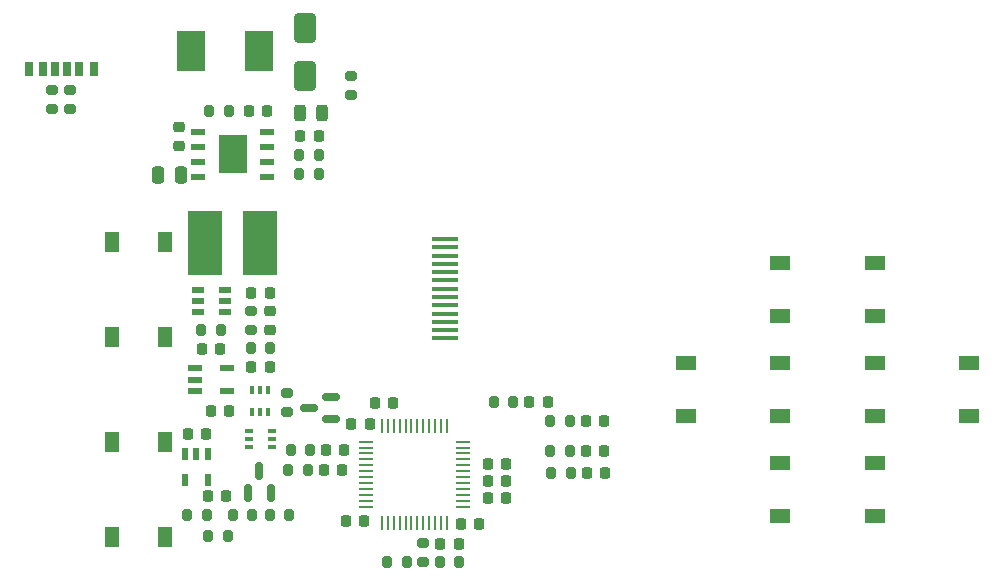
<source format=gtp>
%TF.GenerationSoftware,KiCad,Pcbnew,9.0.2*%
%TF.CreationDate,2025-07-13T16:14:14-05:00*%
%TF.ProjectId,stm32card,73746d33-3263-4617-9264-2e6b69636164,rev?*%
%TF.SameCoordinates,Original*%
%TF.FileFunction,Paste,Top*%
%TF.FilePolarity,Positive*%
%FSLAX46Y46*%
G04 Gerber Fmt 4.6, Leading zero omitted, Abs format (unit mm)*
G04 Created by KiCad (PCBNEW 9.0.2) date 2025-07-13 16:14:14*
%MOMM*%
%LPD*%
G01*
G04 APERTURE LIST*
G04 Aperture macros list*
%AMRoundRect*
0 Rectangle with rounded corners*
0 $1 Rounding radius*
0 $2 $3 $4 $5 $6 $7 $8 $9 X,Y pos of 4 corners*
0 Add a 4 corners polygon primitive as box body*
4,1,4,$2,$3,$4,$5,$6,$7,$8,$9,$2,$3,0*
0 Add four circle primitives for the rounded corners*
1,1,$1+$1,$2,$3*
1,1,$1+$1,$4,$5*
1,1,$1+$1,$6,$7*
1,1,$1+$1,$8,$9*
0 Add four rect primitives between the rounded corners*
20,1,$1+$1,$2,$3,$4,$5,0*
20,1,$1+$1,$4,$5,$6,$7,0*
20,1,$1+$1,$6,$7,$8,$9,0*
20,1,$1+$1,$8,$9,$2,$3,0*%
G04 Aperture macros list end*
%ADD10RoundRect,0.225000X-0.225000X-0.250000X0.225000X-0.250000X0.225000X0.250000X-0.225000X0.250000X0*%
%ADD11RoundRect,0.150000X0.150000X-0.587500X0.150000X0.587500X-0.150000X0.587500X-0.150000X-0.587500X0*%
%ADD12RoundRect,0.225000X0.225000X0.250000X-0.225000X0.250000X-0.225000X-0.250000X0.225000X-0.250000X0*%
%ADD13R,1.800000X1.200000*%
%ADD14RoundRect,0.200000X0.200000X0.275000X-0.200000X0.275000X-0.200000X-0.275000X0.200000X-0.275000X0*%
%ADD15RoundRect,0.225000X-0.250000X0.225000X-0.250000X-0.225000X0.250000X-0.225000X0.250000X0.225000X0*%
%ADD16R,3.000000X5.500000*%
%ADD17RoundRect,0.200000X0.275000X-0.200000X0.275000X0.200000X-0.275000X0.200000X-0.275000X-0.200000X0*%
%ADD18RoundRect,0.225000X0.250000X-0.225000X0.250000X0.225000X-0.250000X0.225000X-0.250000X-0.225000X0*%
%ADD19R,2.350000X3.500000*%
%ADD20RoundRect,0.150000X0.587500X0.150000X-0.587500X0.150000X-0.587500X-0.150000X0.587500X-0.150000X0*%
%ADD21RoundRect,0.250000X0.250000X0.475000X-0.250000X0.475000X-0.250000X-0.475000X0.250000X-0.475000X0*%
%ADD22RoundRect,0.200000X-0.200000X-0.275000X0.200000X-0.275000X0.200000X0.275000X-0.200000X0.275000X0*%
%ADD23R,2.200000X0.400000*%
%ADD24RoundRect,0.100000X-0.225000X-0.100000X0.225000X-0.100000X0.225000X0.100000X-0.225000X0.100000X0*%
%ADD25RoundRect,0.200000X-0.275000X0.200000X-0.275000X-0.200000X0.275000X-0.200000X0.275000X0.200000X0*%
%ADD26R,0.700000X1.200000*%
%ADD27R,0.760000X1.200000*%
%ADD28R,0.800000X1.200000*%
%ADD29RoundRect,0.243750X0.243750X0.456250X-0.243750X0.456250X-0.243750X-0.456250X0.243750X-0.456250X0*%
%ADD30R,1.070000X0.530000*%
%ADD31R,1.200000X0.270000*%
%ADD32R,0.270000X1.200000*%
%ADD33R,1.200000X1.800000*%
%ADD34RoundRect,0.218750X0.218750X0.256250X-0.218750X0.256250X-0.218750X-0.256250X0.218750X-0.256250X0*%
%ADD35R,0.600000X1.000000*%
%ADD36R,1.200000X0.600000*%
%ADD37R,2.400000X3.300000*%
%ADD38RoundRect,0.100000X-0.100000X0.225000X-0.100000X-0.225000X0.100000X-0.225000X0.100000X0.225000X0*%
%ADD39RoundRect,0.250000X0.650000X-1.000000X0.650000X1.000000X-0.650000X1.000000X-0.650000X-1.000000X0*%
%ADD40R,1.200000X0.500000*%
G04 APERTURE END LIST*
D10*
%TO.C,C14*%
X186594442Y-122410210D03*
X188144442Y-122410210D03*
%TD*%
D11*
%TO.C,Q2*%
X157919747Y-124145560D03*
X159819747Y-124145560D03*
X158869747Y-122270560D03*
%TD*%
D12*
%TO.C,C4*%
X168208349Y-118253643D03*
X166658349Y-118253643D03*
%TD*%
D10*
%TO.C,C25*%
X158188180Y-107195974D03*
X159738180Y-107195974D03*
%TD*%
D13*
%TO.C,b_up1*%
X202951133Y-104665534D03*
X210951133Y-104665534D03*
X202951133Y-109165534D03*
X210951133Y-109165534D03*
%TD*%
D10*
%TO.C,C16*%
X186498159Y-120535261D03*
X188048159Y-120535261D03*
%TD*%
D14*
%TO.C,R22*%
X158253611Y-125980447D03*
X156603611Y-125980447D03*
%TD*%
D15*
%TO.C,C22*%
X159771321Y-108741969D03*
X159771321Y-110291969D03*
%TD*%
D16*
%TO.C,L2*%
X158924572Y-102960590D03*
X154264572Y-102960590D03*
%TD*%
D14*
%TO.C,R14*%
X163868852Y-97111187D03*
X162218852Y-97111187D03*
%TD*%
D17*
%TO.C,R24*%
X161212267Y-117283573D03*
X161212267Y-115633573D03*
%TD*%
D18*
%TO.C,C9*%
X152049345Y-94727156D03*
X152049345Y-93177156D03*
%TD*%
D19*
%TO.C,L1*%
X153109399Y-86734328D03*
X158809399Y-86734328D03*
%TD*%
D20*
%TO.C,Q1*%
X164907099Y-117901836D03*
X164907099Y-116001836D03*
X163032099Y-116951836D03*
%TD*%
D21*
%TO.C,C7*%
X152194313Y-97232762D03*
X150294313Y-97232762D03*
%TD*%
D22*
%TO.C,R10*%
X174123734Y-129933381D03*
X175773734Y-129933381D03*
%TD*%
%TO.C,R17*%
X158138180Y-111847959D03*
X159788180Y-111847959D03*
%TD*%
D10*
%TO.C,C12*%
X175911855Y-126779815D03*
X177461855Y-126779815D03*
%TD*%
D23*
%TO.C,U5*%
X174559466Y-111035534D03*
X174559466Y-110335534D03*
X174559466Y-109635534D03*
X174559466Y-108935534D03*
X174559466Y-108235534D03*
X174559466Y-107535534D03*
X174559466Y-106835534D03*
X174559466Y-106135534D03*
X174559466Y-105435534D03*
X174559466Y-104735534D03*
X174559466Y-104035534D03*
X174559466Y-103335534D03*
X174559466Y-102635534D03*
%TD*%
D10*
%TO.C,C11*%
X178216650Y-124571621D03*
X179766650Y-124571621D03*
%TD*%
D14*
%TO.C,R11*%
X171355995Y-129935313D03*
X169705995Y-129935313D03*
%TD*%
D24*
%TO.C,U3*%
X158013180Y-118919663D03*
X158013180Y-119569663D03*
X158013180Y-120219663D03*
X159913180Y-120219663D03*
X159913180Y-119569663D03*
X159913180Y-118919663D03*
%TD*%
D25*
%TO.C,R2*%
X142831133Y-89980534D03*
X142831133Y-91630534D03*
%TD*%
D14*
%TO.C,R15*%
X163868852Y-95545650D03*
X162218852Y-95545650D03*
%TD*%
D10*
%TO.C,C13*%
X181710179Y-116398550D03*
X183260179Y-116398550D03*
%TD*%
%TO.C,C10*%
X158188180Y-113473015D03*
X159738180Y-113473015D03*
%TD*%
D14*
%TO.C,R18*%
X154421265Y-126000289D03*
X152771265Y-126000289D03*
%TD*%
D25*
%TO.C,R16*%
X158155040Y-108691969D03*
X158155040Y-110341969D03*
%TD*%
D12*
%TO.C,C8*%
X179766650Y-121651621D03*
X178216650Y-121651621D03*
%TD*%
D22*
%TO.C,R9*%
X183488159Y-120535261D03*
X185138159Y-120535261D03*
%TD*%
%TO.C,R13*%
X161308400Y-122213186D03*
X162958400Y-122213186D03*
%TD*%
D10*
%TO.C,C15*%
X186482004Y-118016635D03*
X188032004Y-118016635D03*
%TD*%
D13*
%TO.C,b_left1*%
X210951133Y-113132201D03*
X218951133Y-113132201D03*
X210951133Y-117632201D03*
X218951133Y-117632201D03*
%TD*%
D10*
%TO.C,C5*%
X178216650Y-123111621D03*
X179766650Y-123111621D03*
%TD*%
D13*
%TO.C,b_right1*%
X194951133Y-113132201D03*
X202951133Y-113132201D03*
X194951133Y-117632201D03*
X202951133Y-117632201D03*
%TD*%
D22*
%TO.C,R12*%
X161501172Y-120481830D03*
X163151172Y-120481830D03*
%TD*%
D10*
%TO.C,C17*%
X164511172Y-120481830D03*
X166061172Y-120481830D03*
%TD*%
D22*
%TO.C,R6*%
X183584442Y-122410210D03*
X185234442Y-122410210D03*
%TD*%
D10*
%TO.C,C19*%
X154004818Y-111915048D03*
X155554818Y-111915048D03*
%TD*%
D26*
%TO.C,J1*%
X142574466Y-88210000D03*
D27*
X140554466Y-88210000D03*
D28*
X139324466Y-88210000D03*
D26*
X141574466Y-88210000D03*
D27*
X143594466Y-88210000D03*
D28*
X144824466Y-88210000D03*
%TD*%
D29*
%TO.C,D2*%
X164192771Y-91972776D03*
X162317771Y-91972776D03*
%TD*%
D22*
%TO.C,R7*%
X183472004Y-118016635D03*
X185122004Y-118016635D03*
%TD*%
D30*
%TO.C,U6*%
X153629818Y-106919279D03*
X153629818Y-107869279D03*
X153629818Y-108819279D03*
X155929818Y-108819279D03*
X155929818Y-107869279D03*
X155929818Y-106919279D03*
%TD*%
D14*
%TO.C,R4*%
X156264853Y-91818710D03*
X154614853Y-91818710D03*
%TD*%
D10*
%TO.C,C2*%
X168613611Y-116553306D03*
X170163611Y-116553306D03*
%TD*%
%TO.C,C18*%
X164318400Y-122213186D03*
X165868400Y-122213186D03*
%TD*%
D31*
%TO.C,U4*%
X176090878Y-125284125D03*
X176090878Y-124784125D03*
X176090878Y-124284125D03*
X176090878Y-123784125D03*
X176090878Y-123284125D03*
X176090878Y-122784125D03*
X176090878Y-122284125D03*
X176090878Y-121784125D03*
X176090878Y-121284125D03*
X176090878Y-120784125D03*
X176090878Y-120284125D03*
X176090878Y-119784125D03*
D32*
X174740878Y-118434125D03*
X174240878Y-118434125D03*
X173740878Y-118434125D03*
X173240878Y-118434125D03*
X172740878Y-118434125D03*
X172240878Y-118434125D03*
X171740878Y-118434125D03*
X171240878Y-118434125D03*
X170740878Y-118434125D03*
X170240878Y-118434125D03*
X169740878Y-118434125D03*
X169240878Y-118434125D03*
D31*
X167890878Y-119784125D03*
X167890878Y-120284125D03*
X167890878Y-120784125D03*
X167890878Y-121284125D03*
X167890878Y-121784125D03*
X167890878Y-122284125D03*
X167890878Y-122784125D03*
X167890878Y-123284125D03*
X167890878Y-123784125D03*
X167890878Y-124284125D03*
X167890878Y-124784125D03*
X167890878Y-125284125D03*
D32*
X169240878Y-126634125D03*
X169740878Y-126634125D03*
X170240878Y-126634125D03*
X170740878Y-126634125D03*
X171240878Y-126634125D03*
X171740878Y-126634125D03*
X172240878Y-126634125D03*
X172740878Y-126634125D03*
X173240878Y-126634125D03*
X173740878Y-126634125D03*
X174240878Y-126634125D03*
X174740878Y-126634125D03*
%TD*%
D12*
%TO.C,C20*%
X156306367Y-117183014D03*
X154756367Y-117183014D03*
%TD*%
D22*
%TO.C,R23*%
X159750308Y-125969797D03*
X161400308Y-125969797D03*
%TD*%
D33*
%TO.C,b_b1*%
X146357799Y-127848868D03*
X146357799Y-119848868D03*
X150857799Y-127848868D03*
X150857799Y-119848868D03*
%TD*%
D13*
%TO.C,b_down1*%
X210951133Y-126098868D03*
X202951133Y-126098868D03*
X210951133Y-121598868D03*
X202951133Y-121598868D03*
%TD*%
D34*
%TO.C,D3*%
X163876963Y-93905116D03*
X162301963Y-93905116D03*
%TD*%
D22*
%TO.C,R20*%
X153954818Y-110310463D03*
X155604818Y-110310463D03*
%TD*%
D35*
%TO.C,U9*%
X154476567Y-120794558D03*
X153526567Y-120794558D03*
X152576567Y-120794558D03*
X152576567Y-122994558D03*
X154476567Y-122994558D03*
%TD*%
D36*
%TO.C,U1*%
X159525975Y-97379672D03*
X159525975Y-96109672D03*
X159525975Y-94829672D03*
X159525975Y-93559672D03*
X153705975Y-93559672D03*
X153705975Y-94829672D03*
X153705975Y-96109672D03*
X153705975Y-97379672D03*
D37*
X156615975Y-95469672D03*
%TD*%
D12*
%TO.C,C1*%
X159506914Y-91818526D03*
X157956914Y-91818526D03*
%TD*%
D22*
%TO.C,R5*%
X178700179Y-116398550D03*
X180350179Y-116398550D03*
%TD*%
D38*
%TO.C,U2*%
X159575680Y-115376388D03*
X158925680Y-115376388D03*
X158275680Y-115376388D03*
X158275680Y-117276388D03*
X158925680Y-117276388D03*
X159575680Y-117276388D03*
%TD*%
D39*
%TO.C,D1*%
X162704823Y-88794524D03*
X162704823Y-84794524D03*
%TD*%
D25*
%TO.C,R8*%
X172740878Y-128357482D03*
X172740878Y-130007482D03*
%TD*%
D10*
%TO.C,C6*%
X174173724Y-128478655D03*
X175723724Y-128478655D03*
%TD*%
%TO.C,C24*%
X154469361Y-124419275D03*
X156019361Y-124419275D03*
%TD*%
D12*
%TO.C,C21*%
X154371567Y-119134045D03*
X152821567Y-119134045D03*
%TD*%
D33*
%TO.C,b_a1*%
X146357799Y-110915534D03*
X146357799Y-102915534D03*
X150857799Y-110915534D03*
X150857799Y-102915534D03*
%TD*%
D12*
%TO.C,C3*%
X167740878Y-126518684D03*
X166190878Y-126518684D03*
%TD*%
D22*
%TO.C,R19*%
X154524973Y-127765370D03*
X156174973Y-127765370D03*
%TD*%
D40*
%TO.C,U7*%
X153429818Y-113589341D03*
X153429818Y-114539341D03*
X153429818Y-115489341D03*
X156129818Y-115489341D03*
X156129818Y-113589341D03*
%TD*%
D25*
%TO.C,R1*%
X141331133Y-89980534D03*
X141331133Y-91630534D03*
%TD*%
%TO.C,R21*%
X166643276Y-88787760D03*
X166643276Y-90437760D03*
%TD*%
M02*

</source>
